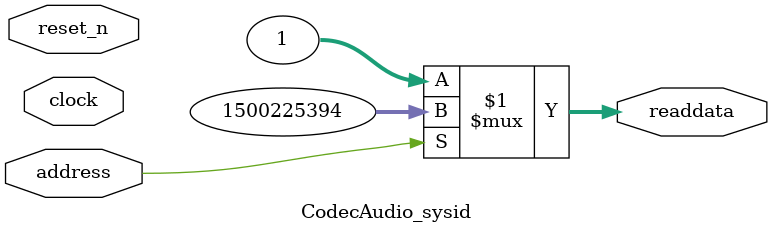
<source format=v>



// synthesis translate_off
`timescale 1ns / 1ps
// synthesis translate_on

// turn off superfluous verilog processor warnings 
// altera message_level Level1 
// altera message_off 10034 10035 10036 10037 10230 10240 10030 

module CodecAudio_sysid (
               // inputs:
                address,
                clock,
                reset_n,

               // outputs:
                readdata
             )
;

  output  [ 31: 0] readdata;
  input            address;
  input            clock;
  input            reset_n;

  wire    [ 31: 0] readdata;
  //control_slave, which is an e_avalon_slave
  assign readdata = address ? 1500225394 : 1;

endmodule




</source>
